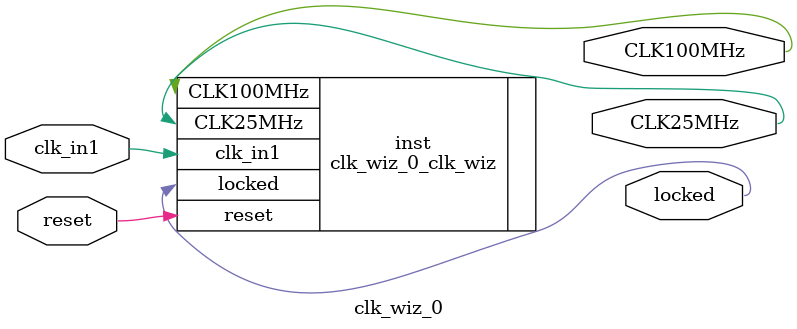
<source format=v>


`timescale 1ps/1ps

(* CORE_GENERATION_INFO = "clk_wiz_0,clk_wiz_v6_0_3_0_0,{component_name=clk_wiz_0,use_phase_alignment=true,use_min_o_jitter=false,use_max_i_jitter=false,use_dyn_phase_shift=false,use_inclk_switchover=false,use_dyn_reconfig=false,enable_axi=0,feedback_source=FDBK_AUTO,PRIMITIVE=MMCM,num_out_clk=2,clkin1_period=10.000,clkin2_period=10.000,use_power_down=false,use_reset=true,use_locked=true,use_inclk_stopped=false,feedback_type=SINGLE,CLOCK_MGR_TYPE=NA,manual_override=false}" *)

module clk_wiz_0 
 (
  // Clock out ports
  output        CLK100MHz,
  output        CLK25MHz,
  // Status and control signals
  input         reset,
  output        locked,
 // Clock in ports
  input         clk_in1
 );

  clk_wiz_0_clk_wiz inst
  (
  // Clock out ports  
  .CLK100MHz(CLK100MHz),
  .CLK25MHz(CLK25MHz),
  // Status and control signals               
  .reset(reset), 
  .locked(locked),
 // Clock in ports
  .clk_in1(clk_in1)
  );

endmodule

</source>
